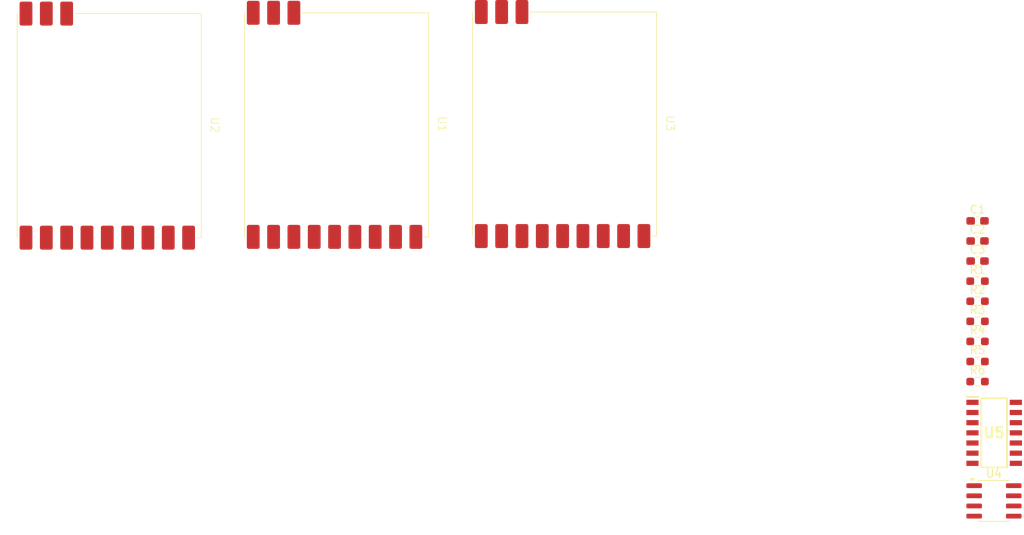
<source format=kicad_pcb>
(kicad_pcb (version 20241229) (generator "pcbnew") (generator_version "9.0")
  (layers (0 "F.Cu" signal) (2 "B.Cu" signal) (13 "F.Paste" user) (15 "B.Paste" user) (5 "F.SilkS" user "F.Silkscreen") (7 "B.SilkS" user "B.Silkscreen") (1 "F.Mask" user) (3 "B.Mask" user) (25 "Edge.Cuts" user))
  (net 0 "")
  (net 1 "+5V")
  (net 6 "GND")
  (net 7 "Net-(U4-RSET)")
  (net 8 "/VIDEO_2")
  (net 9 "/VIDEO_1")
  (net 10 "/VIDEO_4")
  (net 11 "/VIDEO_3")
  (net 12 "/VIDEO_DIV")
  (net 13 "Net-(U5-OUT)")
  (net 14 "/AUDIO_1")
  (net 15 "/RSSI_1")
  (net 16 "/AUDIO_2")
  (net 20 "/RSSI_2")
  (net 23 "/RSSI_3")
  (net 24 "/AUDIO_3")
  (net 35 "/SW0")
  (net 36 "/SW1")
  (footprint "Capacitor_SMD:C_0603_1608Metric_Pad1.08x0.95mm_HandSolder" (layer "F.Cu") (at 219.413 115.515)
    (property "Reference" "C2" (at 0 -1.43 0) (layer "F.SilkS"))
    (property "Value" "100n")
    (fp_line (start -0.146267 -0.51) (end 0.146267 -0.51) (stroke (width 0.12)) (layer "F.SilkS"))
    (fp_line (start -0.146267 0.51) (end 0.146267 0.51) (stroke (width 0.12)) (layer "F.SilkS"))
    (pad "1" smd roundrect (at -0.8625 0) (size 1.075 0.95) (layers "F.Cu" "F.Mask" "F.Paste") (net 6 "GND"))
    (pad "2" smd roundrect (at 0.8625 0) (size 1.075 0.95) (layers "F.Cu" "F.Mask" "F.Paste") (net 1 "+5V"))
  )
  (footprint "Resistor_SMD:R_0603_1608Metric_Pad0.98x0.95mm_HandSolder" (layer "F.Cu") (at 219.413 125.555)
    (property "Reference" "R3" (at 0 -1.43 0) (layer "F.SilkS"))
    (property "Value" "75")
    (fp_line (start -0.254724 -0.5225) (end 0.254724 -0.5225) (stroke (width 0.12)) (layer "F.SilkS"))
    (fp_line (start -0.254724 0.5225) (end 0.254724 0.5225) (stroke (width 0.12)) (layer "F.SilkS"))
    (pad "1" smd roundrect (at -0.9125 0) (size 0.975 0.95) (layers "F.Cu" "F.Mask" "F.Paste") (net 10 "/VIDEO_4"))
    (pad "2" smd roundrect (at 0.9125 0) (size 0.975 0.95) (layers "F.Cu" "F.Mask" "F.Paste") (net 6 "GND"))
  )
  (footprint "Resistor_SMD:R_0603_1608Metric_Pad0.98x0.95mm_HandSolder" (layer "F.Cu") (at 219.413 120.535)
    (property "Reference" "R1" (at 0 -1.43 0) (layer "F.SilkS"))
    (property "Value" "75")
    (fp_line (start -0.254724 -0.5225) (end 0.254724 -0.5225) (stroke (width 0.12)) (layer "F.SilkS"))
    (fp_line (start -0.254724 0.5225) (end 0.254724 0.5225) (stroke (width 0.12)) (layer "F.SilkS"))
    (pad "1" smd roundrect (at -0.9125 0) (size 0.975 0.95) (layers "F.Cu" "F.Mask" "F.Paste") (net 8 "/VIDEO_2"))
    (pad "2" smd roundrect (at 0.9125 0) (size 0.975 0.95) (layers "F.Cu" "F.Mask" "F.Paste") (net 6 "GND"))
  )
  (footprint "Analog_Video:RX5808" (layer "F.Cu") (at 139.1 100.9 -90)
    (property "Reference" "U1" (at 0 -13.4 270) (layer "F.SilkS") (effects (font (thickness 0.1))))
    (property "Value" "RX5808" (hide yes))
    (fp_line (start -13.9 11.3) (end 14.1 11.3) (stroke (width 0.1)) (layer "F.SilkS"))
    (fp_line (start -13.9 -11.7) (end -13.9 4.1) (stroke (width 0.1)) (layer "F.SilkS"))
    (fp_line (start 14.1 -11.7) (end 14.1 -11.2) (stroke (width 0.1)) (layer "F.SilkS"))
    (fp_line (start 14.1 -11.7) (end -13.9 -11.7) (stroke (width 0.1)) (layer "F.SilkS"))
    (pad "1" smd roundrect (at -13.9 10.2 270) (size 3 1.6) (layers "F.Cu" "F.Mask" "F.Paste") (roundrect_rratio 0.15) (net 6 "GND"))
    (pad "2" smd roundrect (at -13.9 7.66 270) (size 3 1.6) (layers "F.Cu" "F.Mask" "F.Paste") (roundrect_rratio 0.15))
    (pad "3" smd roundrect (at -13.9 5.12 270) (size 3 1.6) (layers "F.Cu" "F.Mask" "F.Paste") (roundrect_rratio 0.15) (net 6 "GND"))
    (pad "4" smd roundrect (at 14.1 -10.12 270) (size 3 1.6) (layers "F.Cu" "F.Mask" "F.Paste") (roundrect_rratio 0.15) (net 6 "GND"))
    (pad "5" smd roundrect (at 14.1 -7.58 270) (size 3 1.6) (layers "F.Cu" "F.Mask" "F.Paste") (roundrect_rratio 0.15) (net 9 "/VIDEO_1"))
    (pad "6" smd roundrect (at 14.1 -5.04 270) (size 3 1.6) (layers "F.Cu" "F.Mask" "F.Paste") (roundrect_rratio 0.15) (net 14 "/AUDIO_1"))
    (pad "7" smd roundrect (at 14.1 -2.5 270) (size 3 1.6) (layers "F.Cu" "F.Mask" "F.Paste") (roundrect_rratio 0.15) (net 15 "/RSSI_1"))
    (pad "8" smd roundrect (at 14.1 0.04 270) (size 3 1.6) (layers "F.Cu" "F.Mask" "F.Paste") (roundrect_rratio 0.15) (net 1 "+5V"))
    (pad "9" smd roundrect (at 14.1 2.58 270) (size 3 1.6) (layers "F.Cu" "F.Mask" "F.Paste") (roundrect_rratio 0.15) (net 6 "GND"))
    (pad "10" smd roundrect (at 14.1 5.12 270) (size 3 1.6) (layers "F.Cu" "F.Mask" "F.Paste") (roundrect_rratio 0.15))
    (pad "11" smd roundrect (at 14.1 7.66 270) (size 3 1.6) (layers "F.Cu" "F.Mask" "F.Paste") (roundrect_rratio 0.15))
    (pad "12" smd roundrect (at 14.1 10.2 270) (size 3 1.6) (layers "F.Cu" "F.Mask" "F.Paste") (roundrect_rratio 0.15))
  )
  (footprint "SamacSys_Parts:SOIC127P600X175-14N" (layer "F.Cu") (at 221.488 139.49)
    (property "Reference" "U5" (at 0 0 0) (layer "F.SilkS") (effects (font (size 1.27 1.27) (thickness 0.254))))
    (property "Value" "MAX4314ESD+" (hide yes))
    (fp_line (start -3.475 -4.485) (end -1.95 -4.485) (stroke (width 0.2)) (layer "F.SilkS"))
    (fp_line (start -1.6 -4.325) (end 1.6 -4.325) (stroke (width 0.2)) (layer "F.SilkS"))
    (fp_line (start -1.6 4.325) (end -1.6 -4.325) (stroke (width 0.2)) (layer "F.SilkS"))
    (fp_line (start 1.6 -4.325) (end 1.6 4.325) (stroke (width 0.2)) (layer "F.SilkS"))
    (fp_line (start 1.6 4.325) (end -1.6 4.325) (stroke (width 0.2)) (layer "F.SilkS"))
    (pad "1" smd rect (at -2.712 -3.81 90) (size 0.65 1.525) (layers "F.Cu" "F.Mask" "F.Paste") (net 36 "/SW1"))
    (pad "2" smd rect (at -2.712 -2.54 90) (size 0.65 1.525) (layers "F.Cu" "F.Mask" "F.Paste") (net 35 "/SW0"))
    (pad "3" smd rect (at -2.712 -1.27 90) (size 0.65 1.525) (layers "F.Cu" "F.Mask" "F.Paste"))
    (pad "4" smd rect (at -2.712 0 90) (size 0.65 1.525) (layers "F.Cu" "F.Mask" "F.Paste") (net 1 "+5V"))
    (pad "5" smd rect (at -2.712 1.27 90) (size 0.65 1.525) (layers "F.Cu" "F.Mask" "F.Paste") (net 9 "/VIDEO_1"))
    (pad "6" smd rect (at -2.712 2.54 90) (size 0.65 1.525) (layers "F.Cu" "F.Mask" "F.Paste"))
    (pad "7" smd rect (at -2.712 3.81 90) (size 0.65 1.525) (layers "F.Cu" "F.Mask" "F.Paste") (net 8 "/VIDEO_2"))
    (pad "8" smd rect (at 2.712 3.81 90) (size 0.65 1.525) (layers "F.Cu" "F.Mask" "F.Paste") (net 11 "/VIDEO_3"))
    (pad "9" smd rect (at 2.712 2.54 90) (size 0.65 1.525) (layers "F.Cu" "F.Mask" "F.Paste"))
    (pad "10" smd rect (at 2.712 1.27 90) (size 0.65 1.525) (layers "F.Cu" "F.Mask" "F.Paste") (net 10 "/VIDEO_4"))
    (pad "11" smd rect (at 2.712 0 90) (size 0.65 1.525) (layers "F.Cu" "F.Mask" "F.Paste") (net 6 "GND"))
    (pad "12" smd rect (at 2.712 -1.27 90) (size 0.65 1.525) (layers "F.Cu" "F.Mask" "F.Paste") (net 1 "+5V"))
    (pad "13" smd rect (at 2.712 -2.54 90) (size 0.65 1.525) (layers "F.Cu" "F.Mask" "F.Paste") (net 6 "GND"))
    (pad "14" smd rect (at 2.712 -3.81 90) (size 0.65 1.525) (layers "F.Cu" "F.Mask" "F.Paste") (net 13 "Net-(U5-OUT)"))
  )
  (footprint "Analog_Video:RX5808" (layer "F.Cu") (at 110.7 101 -90)
    (property "Reference" "U2" (at 0 -13.4 270) (layer "F.SilkS") (effects (font (thickness 0.1))))
    (property "Value" "RX5808" (hide yes))
    (fp_line (start -13.9 11.3) (end 14.1 11.3) (stroke (width 0.1)) (layer "F.SilkS"))
    (fp_line (start -13.9 -11.7) (end -13.9 4.1) (stroke (width 0.1)) (layer "F.SilkS"))
    (fp_line (start 14.1 -11.7) (end 14.1 -11.2) (stroke (width 0.1)) (layer "F.SilkS"))
    (fp_line (start 14.1 -11.7) (end -13.9 -11.7) (stroke (width 0.1)) (layer "F.SilkS"))
    (pad "1" smd roundrect (at -13.9 10.2 270) (size 3 1.6) (layers "F.Cu" "F.Mask" "F.Paste") (roundrect_rratio 0.15) (net 6 "GND"))
    (pad "2" smd roundrect (at -13.9 7.66 270) (size 3 1.6) (layers "F.Cu" "F.Mask" "F.Paste") (roundrect_rratio 0.15))
    (pad "3" smd roundrect (at -13.9 5.12 270) (size 3 1.6) (layers "F.Cu" "F.Mask" "F.Paste") (roundrect_rratio 0.15) (net 6 "GND"))
    (pad "4" smd roundrect (at 14.1 -10.12 270) (size 3 1.6) (layers "F.Cu" "F.Mask" "F.Paste") (roundrect_rratio 0.15) (net 6 "GND"))
    (pad "5" smd roundrect (at 14.1 -7.58 270) (size 3 1.6) (layers "F.Cu" "F.Mask" "F.Paste") (roundrect_rratio 0.15) (net 8 "/VIDEO_2"))
    (pad "6" smd roundrect (at 14.1 -5.04 270) (size 3 1.6) (layers "F.Cu" "F.Mask" "F.Paste") (roundrect_rratio 0.15) (net 16 "/AUDIO_2"))
    (pad "7" smd roundrect (at 14.1 -2.5 270) (size 3 1.6) (layers "F.Cu" "F.Mask" "F.Paste") (roundrect_rratio 0.15) (net 20 "/RSSI_2"))
    (pad "8" smd roundrect (at 14.1 0.04 270) (size 3 1.6) (layers "F.Cu" "F.Mask" "F.Paste") (roundrect_rratio 0.15) (net 1 "+5V"))
    (pad "9" smd roundrect (at 14.1 2.58 270) (size 3 1.6) (layers "F.Cu" "F.Mask" "F.Paste") (roundrect_rratio 0.15) (net 6 "GND"))
    (pad "10" smd roundrect (at 14.1 5.12 270) (size 3 1.6) (layers "F.Cu" "F.Mask" "F.Paste") (roundrect_rratio 0.15))
    (pad "11" smd roundrect (at 14.1 7.66 270) (size 3 1.6) (layers "F.Cu" "F.Mask" "F.Paste") (roundrect_rratio 0.15))
    (pad "12" smd roundrect (at 14.1 10.2 270) (size 3 1.6) (layers "F.Cu" "F.Mask" "F.Paste") (roundrect_rratio 0.15))
  )
  (footprint "Resistor_SMD:R_0603_1608Metric_Pad0.98x0.95mm_HandSolder" (layer "F.Cu") (at 219.413 130.575)
    (property "Reference" "R5" (at 0 -1.43 0) (layer "F.SilkS"))
    (property "Value" "75")
    (fp_line (start -0.254724 -0.5225) (end 0.254724 -0.5225) (stroke (width 0.12)) (layer "F.SilkS"))
    (fp_line (start -0.254724 0.5225) (end 0.254724 0.5225) (stroke (width 0.12)) (layer "F.SilkS"))
    (pad "1" smd roundrect (at -0.9125 0) (size 0.975 0.95) (layers "F.Cu" "F.Mask" "F.Paste") (net 13 "Net-(U5-OUT)"))
    (pad "2" smd roundrect (at 0.9125 0) (size 0.975 0.95) (layers "F.Cu" "F.Mask" "F.Paste") (net 12 "/VIDEO_DIV"))
  )
  (footprint "Package_SO:SOIC-8_3.9x4.9mm_P1.27mm" (layer "F.Cu") (at 221.463 147.995)
    (property "Reference" "U4" (at 0 -3.4 0) (layer "F.SilkS"))
    (property "Value" "LM1881")
    (fp_line (start 0 -2.56) (end -1.95 -2.56) (stroke (width 0.12)) (layer "F.SilkS"))
    (fp_line (start 0 -2.56) (end 1.95 -2.56) (stroke (width 0.12)) (layer "F.SilkS"))
    (fp_line (start 0 2.56) (end -1.95 2.56) (stroke (width 0.12)) (layer "F.SilkS"))
    (fp_line (start 0 2.56) (end 1.95 2.56) (stroke (width 0.12)) (layer "F.SilkS"))
    (fp_poly (pts (xy -2.7 -2.465) (xy -2.94 -2.795) (xy -2.46 -2.795)) (stroke (width 0.12)) (fill yes) (layer "F.SilkS"))
    (pad "1" smd roundrect (at -2.475 -1.905) (size 1.95 0.6) (layers "F.Cu" "F.Mask" "F.Paste"))
    (pad "2" smd roundrect (at -2.475 -0.635) (size 1.95 0.6) (layers "F.Cu" "F.Mask" "F.Paste"))
    (pad "3" smd roundrect (at -2.475 0.635) (size 1.95 0.6) (layers "F.Cu" "F.Mask" "F.Paste"))
    (pad "4" smd roundrect (at -2.475 1.905) (size 1.95 0.6) (layers "F.Cu" "F.Mask" "F.Paste") (net 6 "GND"))
    (pad "5" smd roundrect (at 2.475 1.905) (size 1.95 0.6) (layers "F.Cu" "F.Mask" "F.Paste"))
    (pad "6" smd roundrect (at 2.475 0.635) (size 1.95 0.6) (layers "F.Cu" "F.Mask" "F.Paste") (net 7 "Net-(U4-RSET)"))
    (pad "7" smd roundrect (at 2.475 -0.635) (size 1.95 0.6) (layers "F.Cu" "F.Mask" "F.Paste"))
    (pad "8" smd roundrect (at 2.475 -1.905) (size 1.95 0.6) (layers "F.Cu" "F.Mask" "F.Paste") (net 1 "+5V"))
  )
  (footprint "Analog_Video:RX5808" (layer "F.Cu") (at 167.6 100.8 -90)
    (property "Reference" "U3" (at 0 -13.4 270) (layer "F.SilkS") (effects (font (thickness 0.1))))
    (property "Value" "RX5808" (hide yes))
    (fp_line (start -13.9 11.3) (end 14.1 11.3) (stroke (width 0.1)) (layer "F.SilkS"))
    (fp_line (start -13.9 -11.7) (end -13.9 4.1) (stroke (width 0.1)) (layer "F.SilkS"))
    (fp_line (start 14.1 -11.7) (end 14.1 -11.2) (stroke (width 0.1)) (layer "F.SilkS"))
    (fp_line (start 14.1 -11.7) (end -13.9 -11.7) (stroke (width 0.1)) (layer "F.SilkS"))
    (pad "1" smd roundrect (at -13.9 10.2 270) (size 3 1.6) (layers "F.Cu" "F.Mask" "F.Paste") (roundrect_rratio 0.15) (net 6 "GND"))
    (pad "2" smd roundrect (at -13.9 7.66 270) (size 3 1.6) (layers "F.Cu" "F.Mask" "F.Paste") (roundrect_rratio 0.15))
    (pad "3" smd roundrect (at -13.9 5.12 270) (size 3 1.6) (layers "F.Cu" "F.Mask" "F.Paste") (roundrect_rratio 0.15) (net 6 "GND"))
    (pad "4" smd roundrect (at 14.1 -10.12 270) (size 3 1.6) (layers "F.Cu" "F.Mask" "F.Paste") (roundrect_rratio 0.15) (net 6 "GND"))
    (pad "5" smd roundrect (at 14.1 -7.58 270) (size 3 1.6) (layers "F.Cu" "F.Mask" "F.Paste") (roundrect_rratio 0.15) (net 11 "/VIDEO_3"))
    (pad "6" smd roundrect (at 14.1 -5.04 270) (size 3 1.6) (layers "F.Cu" "F.Mask" "F.Paste") (roundrect_rratio 0.15) (net 24 "/AUDIO_3"))
    (pad "7" smd roundrect (at 14.1 -2.5 270) (size 3 1.6) (layers "F.Cu" "F.Mask" "F.Paste") (roundrect_rratio 0.15) (net 23 "/RSSI_3"))
    (pad "8" smd roundrect (at 14.1 0.04 270) (size 3 1.6) (layers "F.Cu" "F.Mask" "F.Paste") (roundrect_rratio 0.15) (net 1 "+5V"))
    (pad "9" smd roundrect (at 14.1 2.58 270) (size 3 1.6) (layers "F.Cu" "F.Mask" "F.Paste") (roundrect_rratio 0.15) (net 6 "GND"))
    (pad "10" smd roundrect (at 14.1 5.12 270) (size 3 1.6) (layers "F.Cu" "F.Mask" "F.Paste") (roundrect_rratio 0.15))
    (pad "11" smd roundrect (at 14.1 7.66 270) (size 3 1.6) (layers "F.Cu" "F.Mask" "F.Paste") (roundrect_rratio 0.15))
    (pad "12" smd roundrect (at 14.1 10.2 270) (size 3 1.6) (layers "F.Cu" "F.Mask" "F.Paste") (roundrect_rratio 0.15))
  )
  (footprint "Capacitor_SMD:C_0603_1608Metric_Pad1.08x0.95mm_HandSolder" (layer "F.Cu") (at 219.413 118.025)
    (property "Reference" "C3" (at 0 -1.43 0) (layer "F.SilkS"))
    (property "Value" "100n")
    (fp_line (start -0.146267 -0.51) (end 0.146267 -0.51) (stroke (width 0.12)) (layer "F.SilkS"))
    (fp_line (start -0.146267 0.51) (end 0.146267 0.51) (stroke (width 0.12)) (layer "F.SilkS"))
    (pad "1" smd roundrect (at -0.8625 0) (size 1.075 0.95) (layers "F.Cu" "F.Mask" "F.Paste") (net 7 "Net-(U4-RSET)"))
    (pad "2" smd roundrect (at 0.8625 0) (size 1.075 0.95) (layers "F.Cu" "F.Mask" "F.Paste") (net 6 "GND"))
  )
  (footprint "Resistor_SMD:R_0603_1608Metric_Pad0.98x0.95mm_HandSolder" (layer "F.Cu") (at 219.413 123.045)
    (property "Reference" "R2" (at 0 -1.43 0) (layer "F.SilkS"))
    (property "Value" "75")
    (fp_line (start -0.254724 -0.5225) (end 0.254724 -0.5225) (stroke (width 0.12)) (layer "F.SilkS"))
    (fp_line (start -0.254724 0.5225) (end 0.254724 0.5225) (stroke (width 0.12)) (layer "F.SilkS"))
    (pad "1" smd roundrect (at -0.9125 0) (size 0.975 0.95) (layers "F.Cu" "F.Mask" "F.Paste") (net 9 "/VIDEO_1"))
    (pad "2" smd roundrect (at 0.9125 0) (size 0.975 0.95) (layers "F.Cu" "F.Mask" "F.Paste") (net 6 "GND"))
  )
  (footprint "Resistor_SMD:R_0603_1608Metric_Pad0.98x0.95mm_HandSolder" (layer "F.Cu") (at 219.413 133.085)
    (property "Reference" "R6" (at 0 -1.43 0) (layer "F.SilkS"))
    (property "Value" "680k")
    (fp_line (start -0.254724 -0.5225) (end 0.254724 -0.5225) (stroke (width 0.12)) (layer "F.SilkS"))
    (fp_line (start -0.254724 0.5225) (end 0.254724 0.5225) (stroke (width 0.12)) (layer "F.SilkS"))
    (pad "1" smd roundrect (at -0.9125 0) (size 0.975 0.95) (layers "F.Cu" "F.Mask" "F.Paste") (net 7 "Net-(U4-RSET)"))
    (pad "2" smd roundrect (at 0.9125 0) (size 0.975 0.95) (layers "F.Cu" "F.Mask" "F.Paste") (net 6 "GND"))
  )
  (footprint "Resistor_SMD:R_0603_1608Metric_Pad0.98x0.95mm_HandSolder" (layer "F.Cu") (at 219.413 128.065)
    (property "Reference" "R4" (at 0 -1.43 0) (layer "F.SilkS"))
    (property "Value" "75")
    (fp_line (start -0.254724 -0.5225) (end 0.254724 -0.5225) (stroke (width 0.12)) (layer "F.SilkS"))
    (fp_line (start -0.254724 0.5225) (end 0.254724 0.5225) (stroke (width 0.12)) (layer "F.SilkS"))
    (pad "1" smd roundrect (at -0.9125 0) (size 0.975 0.95) (layers "F.Cu" "F.Mask" "F.Paste") (net 11 "/VIDEO_3"))
    (pad "2" smd roundrect (at 0.9125 0) (size 0.975 0.95) (layers "F.Cu" "F.Mask" "F.Paste") (net 6 "GND"))
  )
  (footprint "Capacitor_SMD:C_0603_1608Metric_Pad1.08x0.95mm_HandSolder" (layer "F.Cu") (at 219.413 113.005)
    (property "Reference" "C1" (at 0 -1.43 0) (layer "F.SilkS"))
    (property "Value" "100n")
    (fp_line (start -0.146267 -0.51) (end 0.146267 -0.51) (stroke (width 0.12)) (layer "F.SilkS"))
    (fp_line (start -0.146267 0.51) (end 0.146267 0.51) (stroke (width 0.12)) (layer "F.SilkS"))
    (pad "1" smd roundrect (at -0.8625 0) (size 1.075 0.95) (layers "F.Cu" "F.Mask" "F.Paste") (net 1 "+5V"))
    (pad "2" smd roundrect (at 0.8625 0) (size 1.075 0.95) (layers "F.Cu" "F.Mask" "F.Paste") (net 6 "GND"))
  )
)
</source>
